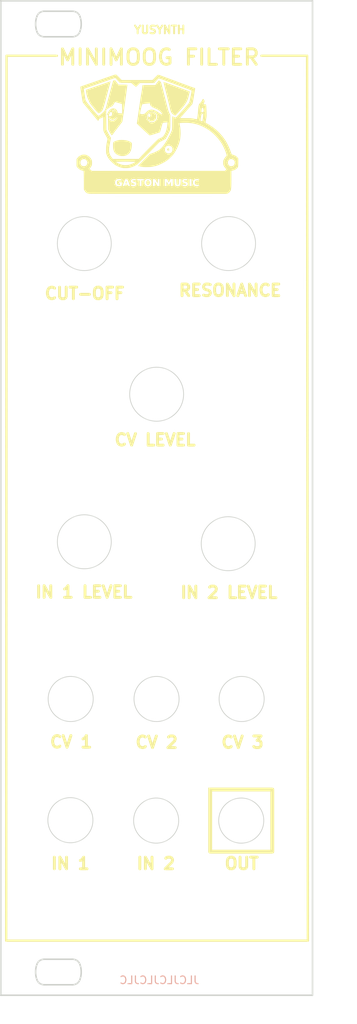
<source format=kicad_pcb>
(kicad_pcb (version 20211014) (generator pcbnew)
  (layers (0 "F.Cu" signal) (31 "B.Cu" signal) (34 "B.Paste" user) (35 "F.Paste" user) (36 "B.SilkS" user "B.Silkscreen") (37 "F.SilkS" user "F.Silkscreen") (38 "B.Mask" user) (39 "F.Mask" user) (44 "Edge.Cuts" user))
  (net 0 "")
  (footprint "Logos:Gaston Music-big" (layer "F.Cu") (at 136.75 39)
    (fp_text reference "G***" hide)
    (fp_text value "LOGO" hide)
  )
  (gr_line (start 156.2 141) (end 156.1 26.75) (layer "F.SilkS") (width 0.3))
  (gr_line (start 117.2 141) (end 156.2 141) (layer "F.SilkS") (width 0.3))
  (gr_line (start 156.1 26.75) (end 150.2 26.75) (layer "F.SilkS") (width 0.3))
  (gr_line (start 117.25 26.75) (end 117.2 141) (layer "F.SilkS") (width 0.3))
  (gr_line (start 123.75 26.75) (end 117.25 26.75) (layer "F.SilkS") (width 0.3))
  (gr_rect (start 143.574598 121.4875) (end 151.599598 129.5125) (layer "F.SilkS") (width 0.5) (fill none))
  (gr_line (start 156.8 148.05) (end 116.5 148.05) (layer "Edge.Cuts") (width 0.2))
  (gr_circle (center 127.3 51) (end 129.562902 53.65) (layer "Edge.Cuts") (width 0.1) (fill none))
  (gr_circle (center 136.65 70.45) (end 138.912902 73.1) (layer "Edge.Cuts") (width 0.1) (fill none))
  (gr_circle (center 147.637098 109.8) (end 149.487098 112.05) (layer "Edge.Cuts") (width 0.1) (fill none))
  (gr_arc (start 121.169003 21.667) (mid 121.560404 21.165184) (end 122.175 21) (layer "Edge.Cuts") (width 0.2))
  (gr_arc (start 121.168999 23.633) (mid 121.00038 22.65) (end 121.168999 21.667) (layer "Edge.Cuts") (width 0.2))
  (gr_circle (center 136.587098 125.5) (end 138.437098 127.75) (layer "Edge.Cuts") (width 0.1) (fill none))
  (gr_arc (start 121.169003 144.067) (mid 121.519391 143.593786) (end 122.075 143.4) (layer "Edge.Cuts") (width 0.2))
  (gr_line (start 116.5 19.65) (end 156.8 19.65) (layer "Edge.Cuts") (width 0.2))
  (gr_circle (center 125.5 125.45) (end 127.35 127.7) (layer "Edge.Cuts") (width 0.1) (fill none))
  (gr_arc (start 126.731001 144.067) (mid 126.89962 145.05) (end 126.731001 146.033) (layer "Edge.Cuts") (width 0.2))
  (gr_arc (start 126.731001 21.667) (mid 126.89962 22.65) (end 126.731001 23.633) (layer "Edge.Cuts") (width 0.2))
  (gr_line (start 122.112 146.7) (end 125.788 146.7) (layer "Edge.Cuts") (width 0.2))
  (gr_arc (start 126.730997 23.633) (mid 126.365541 24.116443) (end 125.787997 24.3) (layer "Edge.Cuts") (width 0.2))
  (gr_line (start 125.788 21) (end 122.175 21) (layer "Edge.Cuts") (width 0.2))
  (gr_line (start 122.112 24.3) (end 125.788 24.3) (layer "Edge.Cuts") (width 0.2))
  (gr_circle (center 145.9 89.75) (end 148.162902 92.4) (layer "Edge.Cuts") (width 0.1) (fill none))
  (gr_circle (center 127.3 89.5) (end 129.562902 92.15) (layer "Edge.Cuts") (width 0.1) (fill none))
  (gr_circle (center 136.637098 109.8) (end 138.487098 112.05) (layer "Edge.Cuts") (width 0.1) (fill none))
  (gr_line (start 116.5 148.05) (end 116.5 19.65) (layer "Edge.Cuts") (width 0.2))
  (gr_arc (start 125.787997 21) (mid 126.365529 21.183582) (end 126.730997 21.667) (layer "Edge.Cuts") (width 0.2))
  (gr_arc (start 126.730997 146.033) (mid 126.365541 146.516443) (end 125.787997 146.7) (layer "Edge.Cuts") (width 0.2))
  (gr_circle locked (center 147.587098 125.5) (end 149.437098 127.75) (layer "Edge.Cuts") (width 0.1) (fill none))
  (gr_line (start 125.787997 143.4) (end 122.075 143.4) (layer "Edge.Cuts") (width 0.2))
  (gr_arc (start 122.112003 146.7) (mid 121.534452 146.516427) (end 121.169003 146.033) (layer "Edge.Cuts") (width 0.2))
  (gr_line (start 156.8 19.65) (end 156.8 148.05) (layer "Edge.Cuts") (width 0.2))
  (gr_arc (start 125.787997 143.4) (mid 126.365529 143.583582) (end 126.730997 144.067) (layer "Edge.Cuts") (width 0.2))
  (gr_circle (center 125.537098 109.8) (end 127.387098 112.05) (layer "Edge.Cuts") (width 0.1) (fill none))
  (gr_arc (start 122.112003 24.3) (mid 121.534452 24.116427) (end 121.169003 23.633) (layer "Edge.Cuts") (width 0.2))
  (gr_circle (center 145.95 51) (end 148.212902 53.65) (layer "Edge.Cuts") (width 0.1) (fill none))
  (gr_arc (start 121.168999 146.033) (mid 121.00038 145.05) (end 121.168999 144.067) (layer "Edge.Cuts") (width 0.2))
  (gr_text "JLCJLCJLCJLC" (at 137 146.1) (layer "B.SilkS") (effects (font (size 1 1)) (justify mirror)))
  (gr_text "CV 1" (at 125.6 115.35) (layer "F.SilkS") (effects (font (size 1.5 1.5) (thickness 0.375))))
  (gr_text "MINIMOOG FILTER" (at 136.95 26.95) (layer "F.SilkS") (effects (font (size 2 2) (thickness 0.375))))
  (gr_text "CV LEVEL" (at 136.45 76.35) (layer "F.SilkS") (effects (font (size 1.5 1.5) (thickness 0.375))))
  (gr_text "RESONANCE\n" (at 146.15 57.05) (layer "F.SilkS") (effects (font (size 1.5 1.5) (thickness 0.375))))
  (gr_text "CV 3" (at 147.75 115.4) (layer "F.SilkS") (effects (font (size 1.5 1.5) (thickness 0.375))))
  (gr_text "CUT-OFF" (at 127.35 57.45) (layer "F.SilkS") (effects (font (size 1.5 1.5) (thickness 0.375))))
  (gr_text "IN 2" (at 136.55 131.05) (layer "F.SilkS") (effects (font (size 1.5 1.5) (thickness 0.375))))
  (gr_text "IN 1 LEVEL" (at 127.25 96) (layer "F.SilkS") (effects (font (size 1.5 1.5) (thickness 0.375))))
  (gr_text "CV 2" (at 136.65 115.4) (layer "F.SilkS") (effects (font (size 1.5 1.5) (thickness 0.375))))
  (gr_text "IN 1" (at 125.5 131.05) (layer "F.SilkS") (effects (font (size 1.5 1.5) (thickness 0.375))))
  (gr_text "OUT" (at 147.65 131.05) (layer "F.SilkS") (effects (font (size 1.5 1.5) (thickness 0.375))))
  (gr_text "IN 2 LEVEL" (at 146 96.05) (layer "F.SilkS") (effects (font (size 1.5 1.5) (thickness 0.375))))
  (gr_text "YUSYNTH" (at 137.05 23.4) (layer "F.SilkS") (effects (font (size 1 1) (thickness 0.25))))
)
</source>
